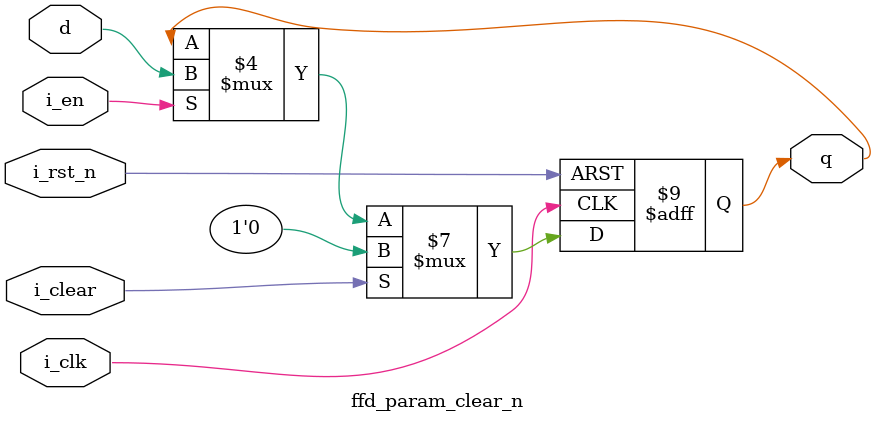
<source format=v>

module ffd_param_clear_n #(parameter LENGTH=1)(
	//inputs
	input i_clk,
	input i_rst_n,
	input i_en,
	input i_clear,
	input [LENGTH-1:0] d,
	//outputs
	output reg[LENGTH-1:0] q
);

//Parametrized flip flop with asynchronous reset and enable signal
always@(negedge i_clk, negedge i_rst_n)
begin
	if(!i_rst_n)
		q <= 0;
	else if(i_clear)
		q <= 0;
	else if(i_en)
		q <= d;
	else
		q <= q;
end

endmodule
</source>
